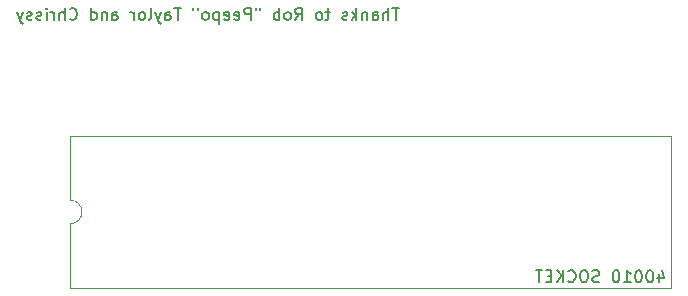
<source format=gbr>
%TF.GenerationSoftware,KiCad,Pcbnew,(6.0.7)*%
%TF.CreationDate,2023-01-02T03:09:55+00:00*%
%TF.ProjectId,CPC-40007AdapterLM1117,4350432d-3430-4303-9037-416461707465,rev?*%
%TF.SameCoordinates,Original*%
%TF.FileFunction,Legend,Bot*%
%TF.FilePolarity,Positive*%
%FSLAX46Y46*%
G04 Gerber Fmt 4.6, Leading zero omitted, Abs format (unit mm)*
G04 Created by KiCad (PCBNEW (6.0.7)) date 2023-01-02 03:09:55*
%MOMM*%
%LPD*%
G01*
G04 APERTURE LIST*
%ADD10C,0.150000*%
%ADD11C,0.120000*%
G04 APERTURE END LIST*
D10*
X172883076Y-20534380D02*
X172311647Y-20534380D01*
X172597361Y-21534380D02*
X172597361Y-20534380D01*
X171978314Y-21534380D02*
X171978314Y-20534380D01*
X171549742Y-21534380D02*
X171549742Y-21010571D01*
X171597361Y-20915333D01*
X171692600Y-20867714D01*
X171835457Y-20867714D01*
X171930695Y-20915333D01*
X171978314Y-20962952D01*
X170644980Y-21534380D02*
X170644980Y-21010571D01*
X170692600Y-20915333D01*
X170787838Y-20867714D01*
X170978314Y-20867714D01*
X171073552Y-20915333D01*
X170644980Y-21486761D02*
X170740219Y-21534380D01*
X170978314Y-21534380D01*
X171073552Y-21486761D01*
X171121171Y-21391523D01*
X171121171Y-21296285D01*
X171073552Y-21201047D01*
X170978314Y-21153428D01*
X170740219Y-21153428D01*
X170644980Y-21105809D01*
X170168790Y-20867714D02*
X170168790Y-21534380D01*
X170168790Y-20962952D02*
X170121171Y-20915333D01*
X170025933Y-20867714D01*
X169883076Y-20867714D01*
X169787838Y-20915333D01*
X169740219Y-21010571D01*
X169740219Y-21534380D01*
X169264028Y-21534380D02*
X169264028Y-20534380D01*
X169168790Y-21153428D02*
X168883076Y-21534380D01*
X168883076Y-20867714D02*
X169264028Y-21248666D01*
X168502123Y-21486761D02*
X168406885Y-21534380D01*
X168216409Y-21534380D01*
X168121171Y-21486761D01*
X168073552Y-21391523D01*
X168073552Y-21343904D01*
X168121171Y-21248666D01*
X168216409Y-21201047D01*
X168359266Y-21201047D01*
X168454504Y-21153428D01*
X168502123Y-21058190D01*
X168502123Y-21010571D01*
X168454504Y-20915333D01*
X168359266Y-20867714D01*
X168216409Y-20867714D01*
X168121171Y-20915333D01*
X167025933Y-20867714D02*
X166644980Y-20867714D01*
X166883076Y-20534380D02*
X166883076Y-21391523D01*
X166835457Y-21486761D01*
X166740219Y-21534380D01*
X166644980Y-21534380D01*
X166168790Y-21534380D02*
X166264028Y-21486761D01*
X166311647Y-21439142D01*
X166359266Y-21343904D01*
X166359266Y-21058190D01*
X166311647Y-20962952D01*
X166264028Y-20915333D01*
X166168790Y-20867714D01*
X166025933Y-20867714D01*
X165930695Y-20915333D01*
X165883076Y-20962952D01*
X165835457Y-21058190D01*
X165835457Y-21343904D01*
X165883076Y-21439142D01*
X165930695Y-21486761D01*
X166025933Y-21534380D01*
X166168790Y-21534380D01*
X164073552Y-21534380D02*
X164406885Y-21058190D01*
X164644980Y-21534380D02*
X164644980Y-20534380D01*
X164264028Y-20534380D01*
X164168790Y-20582000D01*
X164121171Y-20629619D01*
X164073552Y-20724857D01*
X164073552Y-20867714D01*
X164121171Y-20962952D01*
X164168790Y-21010571D01*
X164264028Y-21058190D01*
X164644980Y-21058190D01*
X163502123Y-21534380D02*
X163597361Y-21486761D01*
X163644980Y-21439142D01*
X163692600Y-21343904D01*
X163692600Y-21058190D01*
X163644980Y-20962952D01*
X163597361Y-20915333D01*
X163502123Y-20867714D01*
X163359266Y-20867714D01*
X163264028Y-20915333D01*
X163216409Y-20962952D01*
X163168790Y-21058190D01*
X163168790Y-21343904D01*
X163216409Y-21439142D01*
X163264028Y-21486761D01*
X163359266Y-21534380D01*
X163502123Y-21534380D01*
X162740219Y-21534380D02*
X162740219Y-20534380D01*
X162740219Y-20915333D02*
X162644980Y-20867714D01*
X162454504Y-20867714D01*
X162359266Y-20915333D01*
X162311647Y-20962952D01*
X162264028Y-21058190D01*
X162264028Y-21343904D01*
X162311647Y-21439142D01*
X162359266Y-21486761D01*
X162454504Y-21534380D01*
X162644980Y-21534380D01*
X162740219Y-21486761D01*
X161121171Y-20534380D02*
X161121171Y-20724857D01*
X160740219Y-20534380D02*
X160740219Y-20724857D01*
X160311647Y-21534380D02*
X160311647Y-20534380D01*
X159930695Y-20534380D01*
X159835457Y-20582000D01*
X159787838Y-20629619D01*
X159740219Y-20724857D01*
X159740219Y-20867714D01*
X159787838Y-20962952D01*
X159835457Y-21010571D01*
X159930695Y-21058190D01*
X160311647Y-21058190D01*
X158930695Y-21486761D02*
X159025933Y-21534380D01*
X159216409Y-21534380D01*
X159311647Y-21486761D01*
X159359266Y-21391523D01*
X159359266Y-21010571D01*
X159311647Y-20915333D01*
X159216409Y-20867714D01*
X159025933Y-20867714D01*
X158930695Y-20915333D01*
X158883076Y-21010571D01*
X158883076Y-21105809D01*
X159359266Y-21201047D01*
X158073552Y-21486761D02*
X158168790Y-21534380D01*
X158359266Y-21534380D01*
X158454504Y-21486761D01*
X158502123Y-21391523D01*
X158502123Y-21010571D01*
X158454504Y-20915333D01*
X158359266Y-20867714D01*
X158168790Y-20867714D01*
X158073552Y-20915333D01*
X158025933Y-21010571D01*
X158025933Y-21105809D01*
X158502123Y-21201047D01*
X157597361Y-20867714D02*
X157597361Y-21867714D01*
X157597361Y-20915333D02*
X157502123Y-20867714D01*
X157311647Y-20867714D01*
X157216409Y-20915333D01*
X157168790Y-20962952D01*
X157121171Y-21058190D01*
X157121171Y-21343904D01*
X157168790Y-21439142D01*
X157216409Y-21486761D01*
X157311647Y-21534380D01*
X157502123Y-21534380D01*
X157597361Y-21486761D01*
X156549742Y-21534380D02*
X156644980Y-21486761D01*
X156692600Y-21439142D01*
X156740219Y-21343904D01*
X156740219Y-21058190D01*
X156692600Y-20962952D01*
X156644980Y-20915333D01*
X156549742Y-20867714D01*
X156406885Y-20867714D01*
X156311647Y-20915333D01*
X156264028Y-20962952D01*
X156216409Y-21058190D01*
X156216409Y-21343904D01*
X156264028Y-21439142D01*
X156311647Y-21486761D01*
X156406885Y-21534380D01*
X156549742Y-21534380D01*
X155835457Y-20534380D02*
X155835457Y-20724857D01*
X155454504Y-20534380D02*
X155454504Y-20724857D01*
X154406885Y-20534380D02*
X153835457Y-20534380D01*
X154121171Y-21534380D02*
X154121171Y-20534380D01*
X153073552Y-21534380D02*
X153073552Y-21010571D01*
X153121171Y-20915333D01*
X153216409Y-20867714D01*
X153406885Y-20867714D01*
X153502123Y-20915333D01*
X153073552Y-21486761D02*
X153168790Y-21534380D01*
X153406885Y-21534380D01*
X153502123Y-21486761D01*
X153549742Y-21391523D01*
X153549742Y-21296285D01*
X153502123Y-21201047D01*
X153406885Y-21153428D01*
X153168790Y-21153428D01*
X153073552Y-21105809D01*
X152692600Y-20867714D02*
X152454504Y-21534380D01*
X152216409Y-20867714D02*
X152454504Y-21534380D01*
X152549742Y-21772476D01*
X152597361Y-21820095D01*
X152692600Y-21867714D01*
X151692600Y-21534380D02*
X151787838Y-21486761D01*
X151835457Y-21391523D01*
X151835457Y-20534380D01*
X151168790Y-21534380D02*
X151264028Y-21486761D01*
X151311647Y-21439142D01*
X151359266Y-21343904D01*
X151359266Y-21058190D01*
X151311647Y-20962952D01*
X151264028Y-20915333D01*
X151168790Y-20867714D01*
X151025933Y-20867714D01*
X150930695Y-20915333D01*
X150883076Y-20962952D01*
X150835457Y-21058190D01*
X150835457Y-21343904D01*
X150883076Y-21439142D01*
X150930695Y-21486761D01*
X151025933Y-21534380D01*
X151168790Y-21534380D01*
X150406885Y-21534380D02*
X150406885Y-20867714D01*
X150406885Y-21058190D02*
X150359266Y-20962952D01*
X150311647Y-20915333D01*
X150216409Y-20867714D01*
X150121171Y-20867714D01*
X148597361Y-21534380D02*
X148597361Y-21010571D01*
X148644980Y-20915333D01*
X148740219Y-20867714D01*
X148930695Y-20867714D01*
X149025933Y-20915333D01*
X148597361Y-21486761D02*
X148692600Y-21534380D01*
X148930695Y-21534380D01*
X149025933Y-21486761D01*
X149073552Y-21391523D01*
X149073552Y-21296285D01*
X149025933Y-21201047D01*
X148930695Y-21153428D01*
X148692600Y-21153428D01*
X148597361Y-21105809D01*
X148121171Y-20867714D02*
X148121171Y-21534380D01*
X148121171Y-20962952D02*
X148073552Y-20915333D01*
X147978314Y-20867714D01*
X147835457Y-20867714D01*
X147740219Y-20915333D01*
X147692600Y-21010571D01*
X147692600Y-21534380D01*
X146787838Y-21534380D02*
X146787838Y-20534380D01*
X146787838Y-21486761D02*
X146883076Y-21534380D01*
X147073552Y-21534380D01*
X147168790Y-21486761D01*
X147216409Y-21439142D01*
X147264028Y-21343904D01*
X147264028Y-21058190D01*
X147216409Y-20962952D01*
X147168790Y-20915333D01*
X147073552Y-20867714D01*
X146883076Y-20867714D01*
X146787838Y-20915333D01*
X144978314Y-21439142D02*
X145025933Y-21486761D01*
X145168790Y-21534380D01*
X145264028Y-21534380D01*
X145406885Y-21486761D01*
X145502123Y-21391523D01*
X145549742Y-21296285D01*
X145597361Y-21105809D01*
X145597361Y-20962952D01*
X145549742Y-20772476D01*
X145502123Y-20677238D01*
X145406885Y-20582000D01*
X145264028Y-20534380D01*
X145168790Y-20534380D01*
X145025933Y-20582000D01*
X144978314Y-20629619D01*
X144549742Y-21534380D02*
X144549742Y-20534380D01*
X144121171Y-21534380D02*
X144121171Y-21010571D01*
X144168790Y-20915333D01*
X144264028Y-20867714D01*
X144406885Y-20867714D01*
X144502123Y-20915333D01*
X144549742Y-20962952D01*
X143644980Y-21534380D02*
X143644980Y-20867714D01*
X143644980Y-21058190D02*
X143597361Y-20962952D01*
X143549742Y-20915333D01*
X143454504Y-20867714D01*
X143359266Y-20867714D01*
X143025933Y-21534380D02*
X143025933Y-20867714D01*
X143025933Y-20534380D02*
X143073552Y-20582000D01*
X143025933Y-20629619D01*
X142978314Y-20582000D01*
X143025933Y-20534380D01*
X143025933Y-20629619D01*
X142597361Y-21486761D02*
X142502123Y-21534380D01*
X142311647Y-21534380D01*
X142216409Y-21486761D01*
X142168790Y-21391523D01*
X142168790Y-21343904D01*
X142216409Y-21248666D01*
X142311647Y-21201047D01*
X142454504Y-21201047D01*
X142549742Y-21153428D01*
X142597361Y-21058190D01*
X142597361Y-21010571D01*
X142549742Y-20915333D01*
X142454504Y-20867714D01*
X142311647Y-20867714D01*
X142216409Y-20915333D01*
X141787838Y-21486761D02*
X141692600Y-21534380D01*
X141502123Y-21534380D01*
X141406885Y-21486761D01*
X141359266Y-21391523D01*
X141359266Y-21343904D01*
X141406885Y-21248666D01*
X141502123Y-21201047D01*
X141644980Y-21201047D01*
X141740219Y-21153428D01*
X141787838Y-21058190D01*
X141787838Y-21010571D01*
X141740219Y-20915333D01*
X141644980Y-20867714D01*
X141502123Y-20867714D01*
X141406885Y-20915333D01*
X141025933Y-20867714D02*
X140787838Y-21534380D01*
X140549742Y-20867714D02*
X140787838Y-21534380D01*
X140883076Y-21772476D01*
X140930695Y-21820095D01*
X141025933Y-21867714D01*
%TO.C,IC3*%
X194869771Y-43067314D02*
X194869771Y-43733980D01*
X195107866Y-42686361D02*
X195345961Y-43400647D01*
X194726914Y-43400647D01*
X194155485Y-42733980D02*
X194060247Y-42733980D01*
X193965009Y-42781600D01*
X193917390Y-42829219D01*
X193869771Y-42924457D01*
X193822152Y-43114933D01*
X193822152Y-43353028D01*
X193869771Y-43543504D01*
X193917390Y-43638742D01*
X193965009Y-43686361D01*
X194060247Y-43733980D01*
X194155485Y-43733980D01*
X194250723Y-43686361D01*
X194298342Y-43638742D01*
X194345961Y-43543504D01*
X194393580Y-43353028D01*
X194393580Y-43114933D01*
X194345961Y-42924457D01*
X194298342Y-42829219D01*
X194250723Y-42781600D01*
X194155485Y-42733980D01*
X193203104Y-42733980D02*
X193107866Y-42733980D01*
X193012628Y-42781600D01*
X192965009Y-42829219D01*
X192917390Y-42924457D01*
X192869771Y-43114933D01*
X192869771Y-43353028D01*
X192917390Y-43543504D01*
X192965009Y-43638742D01*
X193012628Y-43686361D01*
X193107866Y-43733980D01*
X193203104Y-43733980D01*
X193298342Y-43686361D01*
X193345961Y-43638742D01*
X193393580Y-43543504D01*
X193441200Y-43353028D01*
X193441200Y-43114933D01*
X193393580Y-42924457D01*
X193345961Y-42829219D01*
X193298342Y-42781600D01*
X193203104Y-42733980D01*
X191917390Y-43733980D02*
X192488819Y-43733980D01*
X192203104Y-43733980D02*
X192203104Y-42733980D01*
X192298342Y-42876838D01*
X192393580Y-42972076D01*
X192488819Y-43019695D01*
X191298342Y-42733980D02*
X191203104Y-42733980D01*
X191107866Y-42781600D01*
X191060247Y-42829219D01*
X191012628Y-42924457D01*
X190965009Y-43114933D01*
X190965009Y-43353028D01*
X191012628Y-43543504D01*
X191060247Y-43638742D01*
X191107866Y-43686361D01*
X191203104Y-43733980D01*
X191298342Y-43733980D01*
X191393580Y-43686361D01*
X191441200Y-43638742D01*
X191488819Y-43543504D01*
X191536438Y-43353028D01*
X191536438Y-43114933D01*
X191488819Y-42924457D01*
X191441200Y-42829219D01*
X191393580Y-42781600D01*
X191298342Y-42733980D01*
X189822152Y-43686361D02*
X189679295Y-43733980D01*
X189441200Y-43733980D01*
X189345961Y-43686361D01*
X189298342Y-43638742D01*
X189250723Y-43543504D01*
X189250723Y-43448266D01*
X189298342Y-43353028D01*
X189345961Y-43305409D01*
X189441200Y-43257790D01*
X189631676Y-43210171D01*
X189726914Y-43162552D01*
X189774533Y-43114933D01*
X189822152Y-43019695D01*
X189822152Y-42924457D01*
X189774533Y-42829219D01*
X189726914Y-42781600D01*
X189631676Y-42733980D01*
X189393580Y-42733980D01*
X189250723Y-42781600D01*
X188631676Y-42733980D02*
X188441200Y-42733980D01*
X188345961Y-42781600D01*
X188250723Y-42876838D01*
X188203104Y-43067314D01*
X188203104Y-43400647D01*
X188250723Y-43591123D01*
X188345961Y-43686361D01*
X188441200Y-43733980D01*
X188631676Y-43733980D01*
X188726914Y-43686361D01*
X188822152Y-43591123D01*
X188869771Y-43400647D01*
X188869771Y-43067314D01*
X188822152Y-42876838D01*
X188726914Y-42781600D01*
X188631676Y-42733980D01*
X187203104Y-43638742D02*
X187250723Y-43686361D01*
X187393580Y-43733980D01*
X187488819Y-43733980D01*
X187631676Y-43686361D01*
X187726914Y-43591123D01*
X187774533Y-43495885D01*
X187822152Y-43305409D01*
X187822152Y-43162552D01*
X187774533Y-42972076D01*
X187726914Y-42876838D01*
X187631676Y-42781600D01*
X187488819Y-42733980D01*
X187393580Y-42733980D01*
X187250723Y-42781600D01*
X187203104Y-42829219D01*
X186774533Y-43733980D02*
X186774533Y-42733980D01*
X186203104Y-43733980D02*
X186631676Y-43162552D01*
X186203104Y-42733980D02*
X186774533Y-43305409D01*
X185774533Y-43210171D02*
X185441200Y-43210171D01*
X185298342Y-43733980D02*
X185774533Y-43733980D01*
X185774533Y-42733980D01*
X185298342Y-42733980D01*
X185012628Y-42733980D02*
X184441200Y-42733980D01*
X184726914Y-43733980D02*
X184726914Y-42733980D01*
D11*
X195939200Y-31336000D02*
X145019200Y-31336000D01*
X145019200Y-38796000D02*
X145019200Y-44256000D01*
X145019200Y-44256000D02*
X195939200Y-44256000D01*
X145019200Y-31336000D02*
X145019200Y-36796000D01*
X195939200Y-44256000D02*
X195939200Y-31336000D01*
X145019200Y-38796000D02*
G75*
G03*
X145019200Y-36796000I0J1000000D01*
G01*
%TD*%
M02*

</source>
